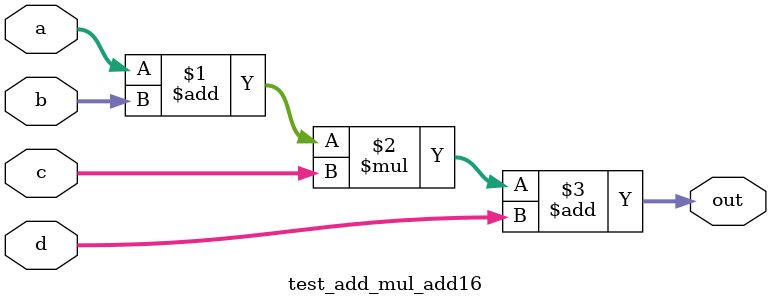
<source format=v>
module test_add_mul_add16(input [15:0] a, input [15:0] b, input [15:0] c, input [15:0] d, output [15:0] out);
  assign out = (a + b) * c + d;
endmodule
</source>
